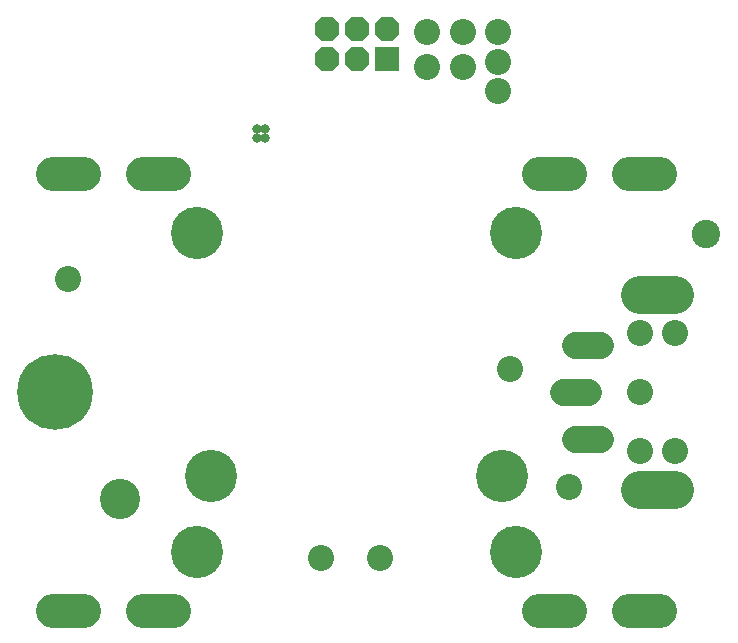
<source format=gbs>
G75*
%MOIN*%
%OFA0B0*%
%FSLAX24Y24*%
%IPPOS*%
%LPD*%
%AMOC8*
5,1,8,0,0,1.08239X$1,22.5*
%
%ADD10C,0.1340*%
%ADD11C,0.2521*%
%ADD12C,0.0907*%
%ADD13C,0.1261*%
%ADD14R,0.0820X0.0820*%
%ADD15OC8,0.0820*%
%ADD16C,0.1130*%
%ADD17C,0.0867*%
%ADD18C,0.1740*%
%ADD19C,0.0946*%
%ADD20C,0.1741*%
%ADD21C,0.0320*%
D10*
X006086Y010416D03*
D11*
X003920Y013960D03*
D12*
X020849Y013960D02*
X021676Y013960D01*
X022070Y015534D02*
X021243Y015534D01*
X021243Y012385D02*
X022070Y012385D01*
D13*
X023408Y010711D02*
X024589Y010711D01*
X024589Y017208D02*
X023408Y017208D01*
D14*
X014960Y025074D03*
D15*
X013960Y025074D03*
X012960Y025074D03*
X012960Y026074D03*
X013960Y026074D03*
X014960Y026074D03*
D16*
X004885Y006676D02*
X003835Y006676D01*
X006835Y006676D02*
X007885Y006676D01*
X020035Y006676D02*
X021085Y006676D01*
X023035Y006676D02*
X024085Y006676D01*
X024085Y021243D02*
X023035Y021243D01*
X021085Y021243D02*
X020035Y021243D01*
X007885Y021243D02*
X006835Y021243D01*
X004885Y021243D02*
X003835Y021243D01*
D17*
X004353Y017739D03*
X016322Y024786D03*
X017503Y024786D03*
X018684Y024983D03*
X018684Y023999D03*
X018684Y025967D03*
X017503Y025967D03*
X016322Y025967D03*
X023408Y015928D03*
X024589Y015928D03*
X023408Y013960D03*
X023408Y011991D03*
X024589Y011991D03*
X021046Y010810D03*
X019078Y014747D03*
X014747Y008448D03*
X012778Y008448D03*
D18*
X009101Y011154D03*
X018818Y011154D03*
D19*
X025623Y019245D03*
D20*
X019274Y019274D03*
X008645Y019274D03*
X008645Y008645D03*
X019274Y008645D03*
D21*
X010913Y022444D03*
X010908Y022719D03*
X010633Y022719D03*
X010633Y022444D03*
M02*

</source>
